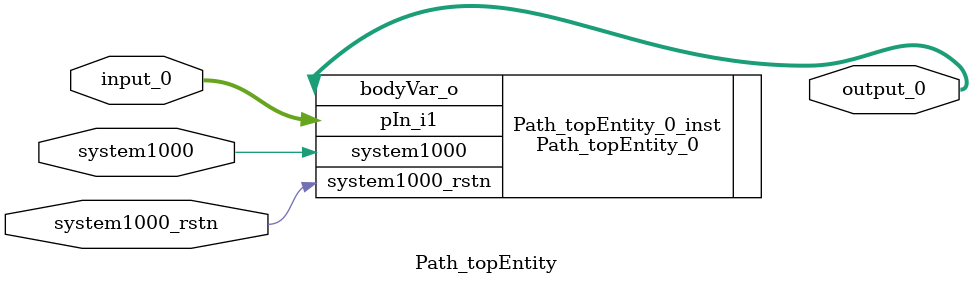
<source format=v>
module Path_topEntity(input_0
                     ,// clock
                     system1000
                     ,// asynchronous reset: active low
                     system1000_rstn
                     ,output_0);
  input [64:0] input_0;
  input system1000;
  input system1000_rstn;
  output [65:0] output_0;
  Path_topEntity_0 Path_topEntity_0_inst
  (.pIn_i1 (input_0)
  ,.system1000 (system1000)
  ,.system1000_rstn (system1000_rstn)
  ,.bodyVar_o (output_0));
endmodule

</source>
